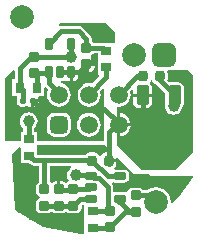
<source format=gtl>
G04 Layer_Physical_Order=1*
G04 Layer_Color=255*
%FSLAX25Y25*%
%MOIN*%
G70*
G01*
G75*
%ADD10R,0.03543X0.03150*%
%ADD11R,0.03150X0.03543*%
G04:AMPARAMS|DCode=12|XSize=35.43mil|YSize=31.5mil|CornerRadius=7.87mil|HoleSize=0mil|Usage=FLASHONLY|Rotation=180.000|XOffset=0mil|YOffset=0mil|HoleType=Round|Shape=RoundedRectangle|*
%AMROUNDEDRECTD12*
21,1,0.03543,0.01575,0,0,180.0*
21,1,0.01969,0.03150,0,0,180.0*
1,1,0.01575,-0.00984,0.00787*
1,1,0.01575,0.00984,0.00787*
1,1,0.01575,0.00984,-0.00787*
1,1,0.01575,-0.00984,-0.00787*
%
%ADD12ROUNDEDRECTD12*%
G04:AMPARAMS|DCode=13|XSize=35.43mil|YSize=31.5mil|CornerRadius=7.87mil|HoleSize=0mil|Usage=FLASHONLY|Rotation=270.000|XOffset=0mil|YOffset=0mil|HoleType=Round|Shape=RoundedRectangle|*
%AMROUNDEDRECTD13*
21,1,0.03543,0.01575,0,0,270.0*
21,1,0.01969,0.03150,0,0,270.0*
1,1,0.01575,-0.00787,-0.00984*
1,1,0.01575,-0.00787,0.00984*
1,1,0.01575,0.00787,0.00984*
1,1,0.01575,0.00787,-0.00984*
%
%ADD13ROUNDEDRECTD13*%
G04:AMPARAMS|DCode=14|XSize=23.62mil|YSize=43.31mil|CornerRadius=5.91mil|HoleSize=0mil|Usage=FLASHONLY|Rotation=180.000|XOffset=0mil|YOffset=0mil|HoleType=Round|Shape=RoundedRectangle|*
%AMROUNDEDRECTD14*
21,1,0.02362,0.03150,0,0,180.0*
21,1,0.01181,0.04331,0,0,180.0*
1,1,0.01181,-0.00591,0.01575*
1,1,0.01181,0.00591,0.01575*
1,1,0.01181,0.00591,-0.01575*
1,1,0.01181,-0.00591,-0.01575*
%
%ADD14ROUNDEDRECTD14*%
G04:AMPARAMS|DCode=15|XSize=66.93mil|YSize=43.31mil|CornerRadius=10.83mil|HoleSize=0mil|Usage=FLASHONLY|Rotation=270.000|XOffset=0mil|YOffset=0mil|HoleType=Round|Shape=RoundedRectangle|*
%AMROUNDEDRECTD15*
21,1,0.06693,0.02165,0,0,270.0*
21,1,0.04528,0.04331,0,0,270.0*
1,1,0.02165,-0.01083,-0.02264*
1,1,0.02165,-0.01083,0.02264*
1,1,0.02165,0.01083,0.02264*
1,1,0.02165,0.01083,-0.02264*
%
%ADD15ROUNDEDRECTD15*%
G04:AMPARAMS|DCode=16|XSize=19.69mil|YSize=19.69mil|CornerRadius=4.92mil|HoleSize=0mil|Usage=FLASHONLY|Rotation=180.000|XOffset=0mil|YOffset=0mil|HoleType=Round|Shape=RoundedRectangle|*
%AMROUNDEDRECTD16*
21,1,0.01969,0.00984,0,0,180.0*
21,1,0.00984,0.01969,0,0,180.0*
1,1,0.00984,-0.00492,0.00492*
1,1,0.00984,0.00492,0.00492*
1,1,0.00984,0.00492,-0.00492*
1,1,0.00984,-0.00492,-0.00492*
%
%ADD16ROUNDEDRECTD16*%
G04:AMPARAMS|DCode=17|XSize=23.62mil|YSize=43.31mil|CornerRadius=5.91mil|HoleSize=0mil|Usage=FLASHONLY|Rotation=90.000|XOffset=0mil|YOffset=0mil|HoleType=Round|Shape=RoundedRectangle|*
%AMROUNDEDRECTD17*
21,1,0.02362,0.03150,0,0,90.0*
21,1,0.01181,0.04331,0,0,90.0*
1,1,0.01181,0.01575,0.00591*
1,1,0.01181,0.01575,-0.00591*
1,1,0.01181,-0.01575,-0.00591*
1,1,0.01181,-0.01575,0.00591*
%
%ADD17ROUNDEDRECTD17*%
%ADD18C,0.01575*%
G04:AMPARAMS|DCode=19|XSize=78.74mil|YSize=78.74mil|CornerRadius=19.69mil|HoleSize=0mil|Usage=FLASHONLY|Rotation=180.000|XOffset=0mil|YOffset=0mil|HoleType=Round|Shape=RoundedRectangle|*
%AMROUNDEDRECTD19*
21,1,0.07874,0.03937,0,0,180.0*
21,1,0.03937,0.07874,0,0,180.0*
1,1,0.03937,-0.01969,0.01969*
1,1,0.03937,0.01969,0.01969*
1,1,0.03937,0.01969,-0.01969*
1,1,0.03937,-0.01969,-0.01969*
%
%ADD19ROUNDEDRECTD19*%
%ADD20C,0.07874*%
%ADD21C,0.05906*%
G04:AMPARAMS|DCode=22|XSize=59.06mil|YSize=59.06mil|CornerRadius=14.76mil|HoleSize=0mil|Usage=FLASHONLY|Rotation=0.000|XOffset=0mil|YOffset=0mil|HoleType=Round|Shape=RoundedRectangle|*
%AMROUNDEDRECTD22*
21,1,0.05906,0.02953,0,0,0.0*
21,1,0.02953,0.05906,0,0,0.0*
1,1,0.02953,0.01476,-0.01476*
1,1,0.02953,-0.01476,-0.01476*
1,1,0.02953,-0.01476,0.01476*
1,1,0.02953,0.01476,0.01476*
%
%ADD22ROUNDEDRECTD22*%
%ADD23C,0.02362*%
%ADD24C,0.03937*%
G36*
X7344Y-13844D02*
X7112Y-14319D01*
X6996D01*
Y-16626D01*
X9106D01*
Y-16314D01*
X9581Y-16082D01*
X15057Y-21557D01*
X20076D01*
X20569Y-22050D01*
X34496D01*
X34727Y-22493D01*
X30709Y-28248D01*
X27643Y-31091D01*
X27364Y-30947D01*
X27198Y-30821D01*
X27032Y-29556D01*
X26536Y-28359D01*
X25747Y-27331D01*
X24719Y-26542D01*
X23522Y-26046D01*
X22237Y-25877D01*
X20953Y-26046D01*
X19756Y-26542D01*
X19374Y-26835D01*
X17887D01*
X17714Y-26577D01*
X17128Y-26186D01*
X16437Y-26048D01*
X14469D01*
X13777Y-26186D01*
X13191Y-26577D01*
X12800Y-27163D01*
X12764Y-27341D01*
X12327Y-27650D01*
X12253Y-27636D01*
X11713Y-27528D01*
X8563D01*
X8394Y-27562D01*
X8007Y-27245D01*
Y-25990D01*
X7870Y-25299D01*
X7608Y-24907D01*
X7737Y-24401D01*
X7799Y-24326D01*
X7910Y-24292D01*
X7948Y-24318D01*
X8563Y-24440D01*
X11713D01*
X12327Y-24318D01*
X12848Y-23970D01*
X13196Y-23449D01*
X13318Y-22835D01*
Y-21654D01*
X13196Y-21039D01*
X12848Y-20518D01*
X12327Y-20170D01*
X11713Y-20048D01*
X8563D01*
X8474Y-20065D01*
X8279Y-19594D01*
X8572Y-19399D01*
X8967Y-18808D01*
X9106Y-18110D01*
Y-17626D01*
X6496D01*
Y-17126D01*
X5996D01*
Y-14319D01*
X5709D01*
X5011Y-14458D01*
X4420Y-14853D01*
X4025Y-15444D01*
X3987Y-15635D01*
X3477D01*
X3441Y-15450D01*
X3049Y-14864D01*
X2463Y-14473D01*
X1772Y-14335D01*
X197D01*
X-494Y-14473D01*
X-1080Y-14864D01*
X-1319Y-15221D01*
X-17323D01*
Y-12894D01*
X-17323D01*
Y-12500D01*
X-17323D01*
Y-11811D01*
X5311D01*
X7344Y-13844D01*
D02*
G37*
G36*
X34449Y11417D02*
Y-14272D01*
X28445Y-20276D01*
X17520Y-20276D01*
X9154Y-11909D01*
Y-9346D01*
X9402Y-9129D01*
Y-5079D01*
Y-1029D01*
X9154Y-811D01*
Y670D01*
X9529Y999D01*
X9902Y950D01*
X10929Y1086D01*
X11887Y1482D01*
X12709Y2113D01*
X13340Y2936D01*
X13737Y3893D01*
X13872Y4921D01*
X13737Y5949D01*
X13663Y6128D01*
X14109Y6574D01*
X14609Y6367D01*
Y5224D01*
X17815D01*
X21021D01*
Y6988D01*
X20859Y7801D01*
X20399Y8490D01*
X20376Y8505D01*
X20283Y9169D01*
X20468Y9447D01*
X20513Y9672D01*
X21023D01*
X21067Y9447D01*
X21459Y8861D01*
X22045Y8469D01*
X22200Y8438D01*
X22246Y8368D01*
X25255Y5360D01*
Y2461D01*
X25329Y2087D01*
X25273Y1952D01*
X25171Y1181D01*
X25273Y410D01*
X25570Y-308D01*
X26044Y-925D01*
X26660Y-1398D01*
X27379Y-1696D01*
X28150Y-1797D01*
X28920Y-1696D01*
X29639Y-1398D01*
X30255Y-925D01*
X30729Y-308D01*
X31026Y410D01*
X31120Y1124D01*
X31475Y1654D01*
X31635Y2461D01*
Y6988D01*
X31475Y7795D01*
X31018Y8478D01*
X30334Y8935D01*
X29528Y9096D01*
X27362D01*
X26750Y8974D01*
X26029Y9695D01*
X26117Y10138D01*
Y12106D01*
X26041Y12492D01*
X26405Y12992D01*
X32874D01*
X34449Y11417D01*
D02*
G37*
G36*
X-22835Y-12912D02*
Y-18012D01*
X-20074D01*
X-19781Y-18305D01*
X-19195Y-18696D01*
X-18504Y-18834D01*
X-16767D01*
Y-24206D01*
X-17222Y-24510D01*
X-17614Y-25096D01*
X-17751Y-25787D01*
Y-27362D01*
X-17614Y-28054D01*
X-17222Y-28640D01*
X-16636Y-29031D01*
X-16411Y-29076D01*
Y-29586D01*
X-16636Y-29630D01*
X-17222Y-30022D01*
X-17614Y-30608D01*
X-17751Y-31299D01*
Y-32874D01*
X-17614Y-33565D01*
X-17222Y-34151D01*
X-16636Y-34543D01*
X-15945Y-34680D01*
X-13976D01*
X-13285Y-34543D01*
X-12699Y-34151D01*
X-12399D01*
X-11813Y-34543D01*
X-11122Y-34680D01*
X-9154D01*
X-8462Y-34543D01*
X-8085Y-34291D01*
X-7726Y-34192D01*
X-7368Y-34291D01*
X-6990Y-34543D01*
X-6299Y-34680D01*
X-4331D01*
X-3639Y-34543D01*
X-3053Y-34151D01*
X-2662Y-33565D01*
X-2524Y-32874D01*
Y-31851D01*
X-2205Y-31531D01*
X-1901D01*
X-1575Y-31749D01*
Y-36516D01*
X-1575D01*
Y-36909D01*
X-1575D01*
Y-41459D01*
X-2756Y-41634D01*
X-15256Y-39075D01*
X-24705Y-33661D01*
X-25593Y-14963D01*
X-23201Y-12571D01*
X-22835Y-12912D01*
D02*
G37*
G36*
X-5830Y-19334D02*
X-5918Y-19371D01*
X-6535Y-19844D01*
X-7009Y-20461D01*
X-7306Y-21179D01*
X-7408Y-21950D01*
X-7306Y-22721D01*
X-7009Y-23439D01*
X-6849Y-23647D01*
X-7084Y-24162D01*
X-7364Y-24349D01*
X-7726Y-24457D01*
X-8089Y-24349D01*
X-8456Y-24104D01*
X-9154Y-23965D01*
X-9638D01*
Y-26575D01*
X-10638D01*
Y-23965D01*
X-11122D01*
X-11819Y-24104D01*
X-12411Y-24499D01*
X-12921Y-24362D01*
X-13154Y-24206D01*
Y-18834D01*
X-5929D01*
X-5830Y-19334D01*
D02*
G37*
G36*
X2854Y17028D02*
X2854D01*
Y16634D01*
X2854D01*
Y11516D01*
X3234D01*
X3441Y11016D01*
X1108Y8683D01*
X929Y8757D01*
X-98Y8892D01*
X-1126Y8757D01*
X-2084Y8360D01*
X-2906Y7729D01*
X-3537Y6907D01*
X-3934Y5949D01*
X-4069Y4921D01*
X-3934Y3893D01*
X-3537Y2936D01*
X-2906Y2113D01*
X-2084Y1482D01*
X-1126Y1086D01*
X-98Y950D01*
X929Y1086D01*
X1887Y1482D01*
X2709Y2113D01*
X3340Y2936D01*
X3737Y3893D01*
X3872Y4921D01*
X3737Y5949D01*
X3663Y6128D01*
X4459Y6924D01*
X4921Y6733D01*
Y2657D01*
Y-1476D01*
Y-10431D01*
X-16969Y-10498D01*
X-17323Y-10144D01*
Y-7382D01*
X-18371D01*
Y-6273D01*
X-18071Y-6043D01*
X-17598Y-5426D01*
X-17300Y-4708D01*
X-17199Y-3937D01*
X-17300Y-3166D01*
X-17598Y-2448D01*
X-18071Y-1831D01*
X-18688Y-1358D01*
X-19406Y-1060D01*
X-20177Y-959D01*
X-20948Y-1060D01*
X-21666Y-1358D01*
X-22283Y-1831D01*
X-22756Y-2448D01*
X-23054Y-3166D01*
X-23155Y-3937D01*
X-23054Y-4708D01*
X-22756Y-5426D01*
X-22283Y-6043D01*
X-21983Y-6273D01*
Y-7382D01*
X-22835D01*
Y-10515D01*
X-27795Y-10530D01*
X-28150Y-10177D01*
X-28150Y10138D01*
X-25300Y12988D01*
X-24838Y12796D01*
Y10039D01*
X-25591D01*
Y4528D01*
X-23932D01*
Y4037D01*
X-24009Y3923D01*
X-24123Y3347D01*
Y2362D01*
X-24009Y1786D01*
X-23683Y1298D01*
X-23194Y972D01*
X-22618Y857D01*
X-21634D01*
X-21058Y972D01*
X-20864Y1101D01*
X-20387Y1286D01*
X-19893Y957D01*
X-19319Y842D01*
Y2854D01*
X-18819D01*
Y3354D01*
X-16807D01*
X-16921Y3929D01*
X-16987Y4028D01*
X-16720Y4528D01*
X-14961D01*
Y7171D01*
X-14461Y7378D01*
X-13670Y6588D01*
X-13934Y5949D01*
X-14069Y4921D01*
X-13934Y3893D01*
X-13537Y2936D01*
X-12906Y2113D01*
X-12084Y1482D01*
X-11126Y1086D01*
X-10098Y950D01*
X-9071Y1086D01*
X-8113Y1482D01*
X-7290Y2113D01*
X-6660Y2936D01*
X-6263Y3893D01*
X-6128Y4921D01*
X-6263Y5949D01*
X-6660Y6907D01*
X-7290Y7729D01*
X-8113Y8360D01*
X-9071Y8757D01*
X-9424Y8804D01*
X-9392Y9303D01*
X-9055D01*
X-8434Y9427D01*
X-8140Y9623D01*
X-7776Y9737D01*
X-7411Y9623D01*
X-7117Y9427D01*
X-6496Y9303D01*
X-6406D01*
Y12500D01*
X-5406D01*
Y9303D01*
X-5315D01*
X-4694Y9427D01*
X-4168Y9779D01*
X-3817Y10305D01*
X-3693Y10925D01*
Y12637D01*
X-3461Y12769D01*
X-3193Y12842D01*
X-2666Y12489D01*
X-1969Y12351D01*
X-1484D01*
Y14961D01*
X-984D01*
Y15461D01*
X1822D01*
Y15748D01*
X1684Y16445D01*
X1289Y17037D01*
X697Y17432D01*
X507Y17470D01*
Y17979D01*
X691Y18016D01*
X1277Y18408D01*
X1450Y18666D01*
X2854D01*
Y17028D01*
D02*
G37*
G36*
X8465Y25787D02*
Y22605D01*
X8366Y22146D01*
X5394D01*
X4724Y22279D01*
X1450D01*
X1277Y22537D01*
X822Y22841D01*
Y23622D01*
X685Y24313D01*
X293Y24899D01*
X-2069Y27261D01*
X-2655Y27653D01*
X-3347Y27791D01*
X-9350D01*
X-9899Y27681D01*
X-10153Y28134D01*
X-9646Y28642D01*
X5610Y28642D01*
X8465Y25787D01*
D02*
G37*
%LPC*%
G36*
X17315Y4224D02*
X14609D01*
Y2461D01*
X14770Y1648D01*
X15231Y959D01*
X15920Y499D01*
X16732Y337D01*
X17315D01*
Y4224D01*
D02*
G37*
G36*
X21021D02*
X18315D01*
Y337D01*
X18898D01*
X19710Y499D01*
X20399Y959D01*
X20859Y1648D01*
X21021Y2461D01*
Y4224D01*
D02*
G37*
G36*
X13823Y-5579D02*
X10402D01*
Y-9000D01*
X10933Y-8930D01*
X11895Y-8531D01*
X12721Y-7898D01*
X13354Y-7072D01*
X13753Y-6111D01*
X13823Y-5579D01*
D02*
G37*
G36*
X10402Y-1158D02*
Y-4579D01*
X13823D01*
X13753Y-4047D01*
X13354Y-3085D01*
X12721Y-2260D01*
X11895Y-1626D01*
X10933Y-1228D01*
X10402Y-1158D01*
D02*
G37*
G36*
X-98Y-1108D02*
X-1126Y-1243D01*
X-2084Y-1640D01*
X-2906Y-2271D01*
X-3537Y-3093D01*
X-3934Y-4051D01*
X-4069Y-5079D01*
X-3934Y-6106D01*
X-3537Y-7064D01*
X-2906Y-7887D01*
X-2084Y-8518D01*
X-1126Y-8914D01*
X-98Y-9050D01*
X929Y-8914D01*
X1887Y-8518D01*
X2709Y-7887D01*
X3340Y-7064D01*
X3737Y-6106D01*
X3872Y-5079D01*
X3737Y-4051D01*
X3340Y-3093D01*
X2709Y-2271D01*
X1887Y-1640D01*
X929Y-1243D01*
X-98Y-1108D01*
D02*
G37*
G36*
X-8622Y-1094D02*
X-11575D01*
X-12535Y-1285D01*
X-13349Y-1828D01*
X-13893Y-2642D01*
X-14084Y-3602D01*
Y-6555D01*
X-13893Y-7515D01*
X-13349Y-8329D01*
X-12535Y-8873D01*
X-11575Y-9064D01*
X-8622D01*
X-7662Y-8873D01*
X-6848Y-8329D01*
X-6304Y-7515D01*
X-6113Y-6555D01*
Y-3602D01*
X-6304Y-2642D01*
X-6848Y-1828D01*
X-7662Y-1285D01*
X-8622Y-1094D01*
D02*
G37*
G36*
X1822Y14461D02*
X-484D01*
Y12351D01*
X0D01*
X697Y12489D01*
X1289Y12885D01*
X1684Y13476D01*
X1822Y14173D01*
Y14461D01*
D02*
G37*
G36*
X-16807Y2354D02*
X-18319D01*
Y842D01*
X-17745Y957D01*
X-17251Y1286D01*
X-16921Y1780D01*
X-16807Y2354D01*
D02*
G37*
%LPD*%
D10*
X1181Y-39469D02*
D03*
Y-33957D02*
D03*
X5610Y19587D02*
D03*
Y14075D02*
D03*
X-20079Y-15453D02*
D03*
Y-9941D02*
D03*
D11*
X-23031Y7283D02*
D03*
X-17520D02*
D03*
D12*
X-14961Y-32087D02*
D03*
Y-26575D02*
D03*
X-10138D02*
D03*
Y-32087D02*
D03*
X6885Y-39372D02*
D03*
Y-33861D02*
D03*
X-18504Y17520D02*
D03*
Y12008D02*
D03*
X-5315Y-26575D02*
D03*
Y-32087D02*
D03*
X-984Y20472D02*
D03*
Y14961D02*
D03*
X15453Y-28642D02*
D03*
Y-34154D02*
D03*
D13*
X18012Y11122D02*
D03*
X23524D02*
D03*
X984Y-17126D02*
D03*
X6496D02*
D03*
D14*
X-13386Y21949D02*
D03*
X-5906D02*
D03*
Y12500D02*
D03*
X-9646D02*
D03*
X-13386D02*
D03*
D15*
X28445Y4724D02*
D03*
X17815D02*
D03*
D16*
X-22126Y2854D02*
D03*
X-18819D02*
D03*
D17*
X10138Y-22244D02*
D03*
Y-29724D02*
D03*
X689D02*
D03*
Y-25984D02*
D03*
Y-22244D02*
D03*
D18*
X6201Y-33861D02*
Y-25990D01*
X10138Y-30709D02*
X13583Y-34154D01*
X15453D01*
X12104D02*
X13583D01*
X6885Y-39372D02*
X12104Y-34154D01*
X1181Y-39469D02*
X6789D01*
X6885Y-39372D01*
X98Y-26575D02*
X689Y-25984D01*
X-5315Y-26575D02*
X98D01*
X-5315Y-32087D02*
X-2953Y-29724D01*
X689D01*
X1277Y-33861D02*
X6201D01*
X1181Y-33957D02*
X1277Y-33861D01*
X6201D02*
X6885D01*
X3242Y-23031D02*
X6201Y-25990D01*
X1476Y-23031D02*
X3242D01*
X689Y-22244D02*
X1476Y-23031D01*
X395Y-21950D02*
X689Y-22244D01*
X-4429Y-21950D02*
X395D01*
X627Y-17028D02*
X1347Y-17748D01*
X984Y-17126D02*
X1105D01*
X6224Y-22244D01*
X10138D01*
X6496Y-17126D02*
Y-7677D01*
Y-18110D02*
Y-17126D01*
X-18504Y12008D02*
X-17520Y11024D01*
Y7283D02*
Y11024D01*
X-984Y14961D02*
Y15846D01*
X6496Y-7677D02*
X9094Y-5079D01*
X9902D01*
X-14961Y-17028D02*
X627D01*
X-14961Y-26575D02*
Y-17028D01*
X-10138Y-32087D02*
X-5315D01*
X-14961D02*
X-10138D01*
Y-26575D02*
X-9744Y-26969D01*
X-5315Y-26575D02*
X-4921Y-26969D01*
X9941Y-30906D02*
X10138Y-30709D01*
X20038Y-28642D02*
X22237Y-30841D01*
X15453Y-28642D02*
X20038D01*
X-98Y4921D02*
X5610Y10630D01*
X-984Y10717D02*
Y14961D01*
X-4823Y6878D02*
X-984Y10717D01*
X-4823Y197D02*
Y6878D01*
X28150Y1181D02*
X28150Y1181D01*
X28150Y1181D02*
Y4429D01*
X28445Y4724D01*
X23524Y9646D02*
Y11122D01*
Y9646D02*
X28445Y4724D01*
X16102Y11122D02*
X18012D01*
X9902Y4921D02*
X16102Y11122D01*
X9902Y-5079D02*
Y-4685D01*
X5020Y197D02*
X9902Y-4685D01*
X-4823Y197D02*
X5020D01*
X17815Y-6398D02*
Y4724D01*
Y-6398D02*
X19390Y-7972D01*
X-9646Y12500D02*
X-5906D01*
X-10098Y4921D02*
Y5571D01*
X-13386Y8858D02*
X-10098Y5571D01*
X-13386Y8858D02*
Y12500D01*
X-18504Y12008D02*
X-13878D01*
X-13386Y12500D01*
X-3347Y25984D02*
X-984Y23622D01*
X-9350Y25984D02*
X-3347D01*
X-13386Y21949D02*
X-9350Y25984D01*
X-984Y20472D02*
Y21063D01*
Y23622D01*
X-18504Y17520D02*
X-6201D01*
X-6103Y17618D01*
Y17619D01*
Y21752D02*
X-5906Y21949D01*
X-6103Y17619D02*
Y21752D01*
X-5906Y12500D02*
X-3445D01*
X-984Y14961D01*
X-18819Y2854D02*
X-16161Y197D01*
X-4823D01*
X-22126Y2854D02*
Y6378D01*
X-23031Y7283D02*
X-22126Y6378D01*
X-23031Y13780D02*
X-19291Y17520D01*
X-18504D01*
X-20079Y-15453D02*
X-18504Y-17028D01*
X-14961D01*
X-20177Y-9843D02*
Y-3937D01*
Y-9843D02*
X-20079Y-9941D01*
X1575Y15846D02*
Y16617D01*
X1558Y16634D02*
X1575Y16617D01*
X-984Y20472D02*
X4724D01*
X5610Y19587D01*
X-1575Y20472D02*
X-984Y21063D01*
X5610Y10630D02*
Y14075D01*
Y10630D02*
X5610Y10630D01*
X-23031Y7283D02*
Y13780D01*
X-23720Y7972D02*
X-23031Y7283D01*
X-9744Y-26969D02*
X-4921D01*
X-984Y15846D02*
X1575D01*
D19*
X24902Y18209D02*
D03*
D20*
X14902D02*
D03*
X22237Y-30841D02*
D03*
X-22434Y30644D02*
D03*
D21*
X9902Y4921D02*
D03*
Y-5079D02*
D03*
X-98Y4921D02*
D03*
Y-5079D02*
D03*
X-10098Y4921D02*
D03*
D22*
Y-5079D02*
D03*
D23*
X-26575Y-8858D02*
D03*
Y-1280D02*
D03*
X5118Y27067D02*
D03*
X15945Y-16732D02*
D03*
X32874Y10827D02*
D03*
Y1772D02*
D03*
X32480Y-6398D02*
D03*
Y-12697D02*
D03*
X29724Y-15945D02*
D03*
X-984Y-13091D02*
D03*
X9744Y-26280D02*
D03*
X-10335Y-21358D02*
D03*
X14567Y-22835D02*
D03*
X18602Y-23622D02*
D03*
X23130D02*
D03*
X28150Y-23917D02*
D03*
X32185Y-24114D02*
D03*
X28839Y-28248D02*
D03*
X-3150Y-40256D02*
D03*
X-3051Y-35728D02*
D03*
X-9843Y-39075D02*
D03*
X-13976Y-37795D02*
D03*
X-18898Y-35827D02*
D03*
X-22736Y-33465D02*
D03*
X-24114Y-29331D02*
D03*
X-24016Y-24902D02*
D03*
X-23917Y-21063D02*
D03*
X1558Y16634D02*
D03*
D24*
X-4429Y-21950D02*
D03*
X-20177Y-3937D02*
D03*
X28150Y1181D02*
D03*
X19390Y-7972D02*
D03*
X-6103Y17619D02*
D03*
M02*

</source>
